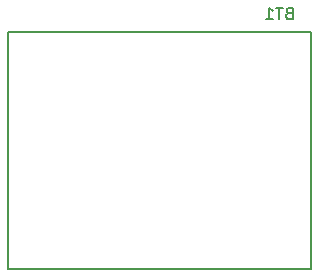
<source format=gbo>
G04 #@! TF.FileFunction,Legend,Bot*
%FSLAX46Y46*%
G04 Gerber Fmt 4.6, Leading zero omitted, Abs format (unit mm)*
G04 Created by KiCad (PCBNEW 4.0.2-stable) date 2016 May 30, Monday 20:39:18*
%MOMM*%
G01*
G04 APERTURE LIST*
%ADD10C,0.100000*%
%ADD11C,0.150000*%
G04 APERTURE END LIST*
D10*
D11*
X159866000Y-95526000D02*
X134266000Y-95526000D01*
X134266000Y-95526000D02*
X134266000Y-115526000D01*
X134266000Y-115526000D02*
X159866000Y-115526000D01*
X159866000Y-115526000D02*
X159866000Y-95526000D01*
X158011714Y-93908571D02*
X157868857Y-93956190D01*
X157821238Y-94003810D01*
X157773619Y-94099048D01*
X157773619Y-94241905D01*
X157821238Y-94337143D01*
X157868857Y-94384762D01*
X157964095Y-94432381D01*
X158345048Y-94432381D01*
X158345048Y-93432381D01*
X158011714Y-93432381D01*
X157916476Y-93480000D01*
X157868857Y-93527619D01*
X157821238Y-93622857D01*
X157821238Y-93718095D01*
X157868857Y-93813333D01*
X157916476Y-93860952D01*
X158011714Y-93908571D01*
X158345048Y-93908571D01*
X157487905Y-93432381D02*
X156916476Y-93432381D01*
X157202191Y-94432381D02*
X157202191Y-93432381D01*
X156059333Y-94432381D02*
X156630762Y-94432381D01*
X156345048Y-94432381D02*
X156345048Y-93432381D01*
X156440286Y-93575238D01*
X156535524Y-93670476D01*
X156630762Y-93718095D01*
M02*

</source>
